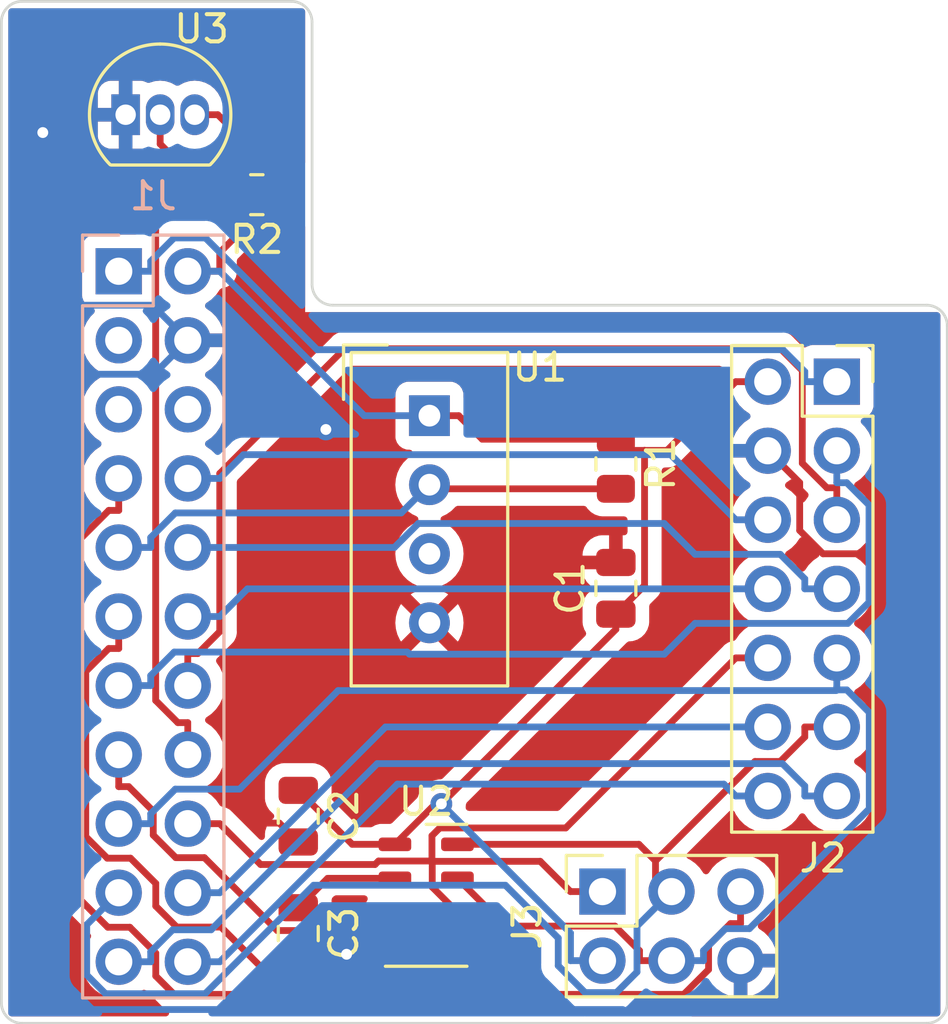
<source format=kicad_pcb>
(kicad_pcb (version 20221018) (generator pcbnew)
  (layers (0 "F.Cu" signal) (31 "B.Cu" signal) (34 "B.Paste" user) (35 "F.Paste" user) (36 "B.SilkS" user "B.Silkscreen") (37 "F.SilkS" user "F.Silkscreen") (38 "B.Mask" user) (39 "F.Mask" user) (44 "Edge.Cuts" user))
  (net 0 "")
  (net 1 "VCC")
  (net 2 "GND")
  (net 3 "Net-(U2-CAP)")
  (net 4 "/Vraw")
  (net 5 "/VCCio")
  (net 6 "/D1")
  (net 7 "/D2")
  (net 8 "/RST")
  (net 9 "/L_ID")
  (net 10 "/D3")
  (net 11 "/D4")
  (net 12 "/D5")
  (net 13 "/D6")
  (net 14 "/SCL")
  (net 15 "/SDA")
  (net 16 "/D9")
  (net 17 "/D10")
  (net 18 "/MOSI")
  (net 19 "/MISO")
  (net 20 "/SCK")
  (net 21 "/CS")
  (net 22 "/A5")
  (net 23 "/A6")
  (footprint "Resistor_SMD:R_0805_2012Metric" (layer "F.Cu") (at 155.194 70.358 -90)
    (fp_text reference "R1" (at 0 -1.65 90) (layer "F.SilkS"))
    (fp_text value "5k1")
    (fp_line (start -0.227064 -0.735) (end 0.227064 -0.735) (stroke (width 0.12)) (layer "F.SilkS"))
    (fp_line (start -0.227064 0.735) (end 0.227064 0.735) (stroke (width 0.12)) (layer "F.SilkS"))
    (pad "1" smd roundrect (at -0.9125 0 270) (size 1.025 1.4) (layers "F.Cu" "F.Paste" "F.Mask") (roundrect_rratio 0.243902439) (net 1 "VCC"))
    (pad "2" smd roundrect (at 0.9125 0 270) (size 1.025 1.4) (layers "F.Cu" "F.Paste" "F.Mask") (roundrect_rratio 0.243902439) (net 10 "/D3"))
  )
  (footprint "Connector_PinSocket_2.54mm:PinSocket_2x07_P2.54mm_Vertical" (layer "F.Cu") (at 163.322 67.33)
    (fp_text reference "J2" (at -0.508 17.526) (layer "F.SilkS"))
    (fp_text value "Conn_02x11_Odd_Even" hide)
    (fp_line (start -3.87 -1.33) (end -3.87 16.57) (stroke (width 0.12)) (layer "F.SilkS"))
    (fp_line (start -3.87 -1.33) (end -1.27 -1.33) (stroke (width 0.12)) (layer "F.SilkS"))
    (fp_line (start -3.87 16.57) (end 1.33 16.57) (stroke (width 0.12)) (layer "F.SilkS"))
    (fp_line (start -1.27 -1.33) (end -1.27 1.27) (stroke (width 0.12)) (layer "F.SilkS"))
    (fp_line (start -1.27 1.27) (end 1.33 1.27) (stroke (width 0.12)) (layer "F.SilkS"))
    (fp_line (start 0 -1.33) (end 1.33 -1.33) (stroke (width 0.12)) (layer "F.SilkS"))
    (fp_line (start 1.33 -1.33) (end 1.33 0) (stroke (width 0.12)) (layer "F.SilkS"))
    (fp_line (start 1.33 1.27) (end 1.33 16.57) (stroke (width 0.12)) (layer "F.SilkS"))
    (pad "1" thru_hole rect (at 0 0) (size 1.7 1.7) (drill 1) (layers "*.Cu" "*.Mask") (net 4 "/Vraw"))
    (pad "2" thru_hole oval (at -2.54 0) (size 1.7 1.7) (drill 1) (layers "*.Cu" "*.Mask") (net 1 "VCC"))
    (pad "3" thru_hole oval (at 0 2.54) (size 1.7 1.7) (drill 1) (layers "*.Cu" "*.Mask") (net 14 "/SCL"))
    (pad "4" thru_hole oval (at -2.54 2.54) (size 1.7 1.7) (drill 1) (layers "*.Cu" "*.Mask") (net 2 "GND"))
    (pad "5" thru_hole oval (at 0 5.08) (size 1.7 1.7) (drill 1) (layers "*.Cu" "*.Mask") (net 15 "/SDA"))
    (pad "6" thru_hole oval (at -2.54 5.08) (size 1.7 1.7) (drill 1) (layers "*.Cu" "*.Mask") (net 9 "/L_ID"))
    (pad "7" thru_hole oval (at 0 7.62) (size 1.7 1.7) (drill 1) (layers "*.Cu" "*.Mask") (net 11 "/D4"))
    (pad "8" thru_hole oval (at -2.54 7.62) (size 1.7 1.7) (drill 1) (layers "*.Cu" "*.Mask") (net 13 "/D6"))
    (pad "9" thru_hole oval (at 0 10.16) (size 1.7 1.7) (drill 1) (layers "*.Cu" "*.Mask") (net 18 "/MOSI"))
    (pad "10" thru_hole oval (at -2.54 10.16) (size 1.7 1.7) (drill 1) (layers "*.Cu" "*.Mask") (net 19 "/MISO"))
    (pad "11" thru_hole oval (at 0 12.7) (size 1.7 1.7) (drill 1) (layers "*.Cu" "*.Mask") (net 20 "/SCK"))
    (pad "12" thru_hole oval (at -2.54 12.7) (size 1.7 1.7) (drill 1) (layers "*.Cu" "*.Mask") (net 21 "/CS"))
    (pad "13" thru_hole oval (at 0 15.24) (size 1.7 1.7) (drill 1) (layers "*.Cu" "*.Mask") (net 22 "/A5"))
    (pad "14" thru_hole oval (at -2.54 15.24) (size 1.7 1.7) (drill 1) (layers "*.Cu" "*.Mask") (net 23 "/A6"))
  )
  (footprint "Resistor_SMD:R_0805_2012Metric" (layer "F.Cu") (at 141.986 60.452 180)
    (fp_text reference "R2" (at 0 -1.65) (layer "F.SilkS"))
    (fp_text value "4k7")
    (fp_line (start -0.227064 -0.735) (end 0.227064 -0.735) (stroke (width 0.12)) (layer "F.SilkS"))
    (fp_line (start -0.227064 0.735) (end 0.227064 0.735) (stroke (width 0.12)) (layer "F.SilkS"))
    (pad "1" smd roundrect (at -0.9125 0 180) (size 1.025 1.4) (layers "F.Cu" "F.Paste" "F.Mask") (roundrect_rratio 0.243902439) (net 1 "VCC"))
    (pad "2" smd roundrect (at 0.9125 0 180) (size 1.025 1.4) (layers "F.Cu" "F.Paste" "F.Mask") (roundrect_rratio 0.243902439) (net 17 "/D10"))
  )
  (footprint "Capacitor_SMD:C_0805_2012Metric" (layer "F.Cu") (at 143.51 83.312 -90)
    (fp_text reference "C2" (at 0 -1.68 90) (layer "F.SilkS"))
    (fp_text value "1u")
    (fp_line (start -0.261252 -0.735) (end 0.261252 -0.735) (stroke (width 0.12)) (layer "F.SilkS"))
    (fp_line (start -0.261252 0.735) (end 0.261252 0.735) (stroke (width 0.12)) (layer "F.SilkS"))
    (pad "1" smd roundrect (at -0.95 0 270) (size 1 1.45) (layers "F.Cu" "F.Paste" "F.Mask") (net 1 "VCC"))
    (pad "2" smd roundrect (at 0.95 0 270) (size 1 1.45) (layers "F.Cu" "F.Paste" "F.Mask") (net 2 "GND"))
  )
  (footprint "Capacitor_SMD:C_0805_2012Metric" (layer "F.Cu") (at 155.194 74.93 90)
    (fp_text reference "C1" (at 0 -1.68 90) (layer "F.SilkS"))
    (fp_text value "100n")
    (fp_line (start -0.261252 -0.735) (end 0.261252 -0.735) (stroke (width 0.12)) (layer "F.SilkS"))
    (fp_line (start -0.261252 0.735) (end 0.261252 0.735) (stroke (width 0.12)) (layer "F.SilkS"))
    (pad "1" smd roundrect (at -0.95 0 90) (size 1 1.45) (layers "F.Cu" "F.Paste" "F.Mask") (net 1 "VCC"))
    (pad "2" smd roundrect (at 0.95 0 90) (size 1 1.45) (layers "F.Cu" "F.Paste" "F.Mask") (net 2 "GND"))
  )
  (footprint "Package_LGA:NXP_LGA-8_3x5mm_P1.25mm_H1.2mm" (layer "F.Cu") (at 148.216 86.223)
    (fp_text reference "U2" (at 0 -3.45) (layer "F.SilkS"))
    (fp_text value "MPL115A1" hide)
    (fp_line (start -1.5 2.61) (end 1.5 2.61) (stroke (width 0.12)) (layer "F.SilkS"))
    (fp_line (start 0 -2.61) (end 1.5 -2.61) (stroke (width 0.12)) (layer "F.SilkS"))
    (pad "1" smd roundrect (at -1.15 -1.875) (size 1.2 0.5) (layers "F.Cu" "F.Paste" "F.Mask") (net 1 "VCC"))
    (pad "2" smd roundrect (at -1.15 -0.625) (size 1.2 0.5) (layers "F.Cu" "F.Paste" "F.Mask") (net 3 "Net-(U2-CAP)"))
    (pad "3" smd roundrect (at -1.15 0.625) (size 1.2 0.5) (layers "F.Cu" "F.Paste" "F.Mask") (net 2 "GND"))
    (pad "4" smd roundrect (at -1.15 1.875) (size 1.2 0.5) (layers "F.Cu" "F.Paste" "F.Mask") (net 16 "/D9"))
    (pad "5" smd roundrect (at 1.15 1.875) (size 1.2 0.5) (layers "F.Cu" "F.Paste" "F.Mask") (net 12 "/D5"))
    (pad "6" smd roundrect (at 1.15 0.625) (size 1.2 0.5) (layers "F.Cu" "F.Paste" "F.Mask") (net 19 "/MISO"))
    (pad "7" smd roundrect (at 1.15 -0.625) (size 1.2 0.5) (layers "F.Cu" "F.Paste" "F.Mask") (net 18 "/MOSI"))
    (pad "8" smd roundrect (at 1.15 -1.875) (size 1.2 0.5) (layers "F.Cu" "F.Paste" "F.Mask") (net 20 "/SCK"))
  )
  (footprint "Sensor:Aosong_DHT11_5.5x12.0_P2.54mm" (layer "F.Cu") (at 148.336 68.58)
    (fp_text reference "U1" (at 4.064 -1.778) (layer "F.SilkS"))
    (fp_text value "DHT11" hide)
    (fp_line (start -3.16 -2.6) (end -3.16 -0.6) (stroke (width 0.12)) (layer "F.SilkS"))
    (fp_line (start -3.16 -2.6) (end -1.55 -2.6) (stroke (width 0.12)) (layer "F.SilkS"))
    (fp_line (start -2.88 9.94) (end -2.88 -2.31) (stroke (width 0.12)) (layer "F.SilkS"))
    (fp_line (start -2.87 -2.32) (end 2.87 -2.32) (stroke (width 0.12)) (layer "F.SilkS"))
    (fp_line (start 2.88 -2.32) (end 2.88 9.94) (stroke (width 0.12)) (layer "F.SilkS"))
    (fp_line (start 2.88 9.94) (end -2.88 9.94) (stroke (width 0.12)) (layer "F.SilkS"))
    (pad "1" thru_hole rect (at 0 0) (size 1.5 1.5) (drill 0.8) (layers "*.Cu" "*.Mask") (net 1 "VCC"))
    (pad "2" thru_hole circle (at 0 2.54) (size 1.5 1.5) (drill 0.8) (layers "*.Cu" "*.Mask") (net 10 "/D3"))
    (pad "3" thru_hole circle (at 0 5.08) (size 1.5 1.5) (drill 0.8) (layers "*.Cu" "*.Mask"))
    (pad "4" thru_hole circle (at 0 7.62) (size 1.5 1.5) (drill 0.8) (layers "*.Cu" "*.Mask") (net 2 "GND"))
  )
  (footprint "Capacitor_SMD:C_0805_2012Metric" (layer "F.Cu") (at 143.51 87.63 -90)
    (fp_text reference "C3" (at 0 -1.68 90) (layer "F.SilkS"))
    (fp_text value "1u")
    (fp_line (start -0.261252 -0.735) (end 0.261252 -0.735) (stroke (width 0.12)) (layer "F.SilkS"))
    (fp_line (start -0.261252 0.735) (end 0.261252 0.735) (stroke (width 0.12)) (layer "F.SilkS"))
    (pad "1" smd roundrect (at -0.95 0 270) (size 1 1.45) (layers "F.Cu" "F.Paste" "F.Mask") (net 3 "Net-(U2-CAP)"))
    (pad "2" smd roundrect (at 0.95 0 270) (size 1 1.45) (layers "F.Cu" "F.Paste" "F.Mask") (net 2 "GND"))
  )
  (footprint "Connector_PinSocket_2.54mm:PinSocket_2x03_P2.54mm_Vertical" (layer "F.Cu") (at 154.701 86.086 90)
    (fp_text reference "J3" (at -1.27 -2.77 90) (layer "F.SilkS"))
    (fp_text value "AVR-ISP-6" hide)
    (fp_line (start -3.87 -1.33) (end -3.87 6.41) (stroke (width 0.12)) (layer "F.SilkS"))
    (fp_line (start -3.87 -1.33) (end -1.27 -1.33) (stroke (width 0.12)) (layer "F.SilkS"))
    (fp_line (start -3.87 6.41) (end 1.33 6.41) (stroke (width 0.12)) (layer "F.SilkS"))
    (fp_line (start -1.27 -1.33) (end -1.27 1.27) (stroke (width 0.12)) (layer "F.SilkS"))
    (fp_line (start -1.27 1.27) (end 1.33 1.27) (stroke (width 0.12)) (layer "F.SilkS"))
    (fp_line (start 0 -1.33) (end 1.33 -1.33) (stroke (width 0.12)) (layer "F.SilkS"))
    (fp_line (start 1.33 -1.33) (end 1.33 0) (stroke (width 0.12)) (layer "F.SilkS"))
    (fp_line (start 1.33 1.27) (end 1.33 6.41) (stroke (width 0.12)) (layer "F.SilkS"))
    (pad "1" thru_hole rect (at 0 0 90) (size 1.7 1.7) (drill 1) (layers "*.Cu" "*.Mask") (net 19 "/MISO"))
    (pad "2" thru_hole oval (at -2.54 0 90) (size 1.7 1.7) (drill 1) (layers "*.Cu" "*.Mask") (net 1 "VCC"))
    (pad "3" thru_hole oval (at 0 2.54 90) (size 1.7 1.7) (drill 1) (layers "*.Cu" "*.Mask") (net 20 "/SCK"))
    (pad "4" thru_hole oval (at -2.54 2.54 90) (size 1.7 1.7) (drill 1) (layers "*.Cu" "*.Mask") (net 18 "/MOSI"))
    (pad "5" thru_hole oval (at 0 5.08 90) (size 1.7 1.7) (drill 1) (layers "*.Cu" "*.Mask") (net 8 "/RST"))
    (pad "6" thru_hole oval (at -2.54 5.08 90) (size 1.7 1.7) (drill 1) (layers "*.Cu" "*.Mask") (net 2 "GND"))
  )
  (footprint "Package_TO_SOT_THT:TO-92_Inline" (layer "F.Cu") (at 137.16 57.51)
    (fp_text reference "U3" (at 2.794 -3.154) (layer "F.SilkS"))
    (fp_text value "DS18B20")
    (fp_line (start -0.53 1.85) (end 3.07 1.85) (stroke (width 0.12)) (layer "F.SilkS"))
    (fp_arc (start -0.568478 1.838478) (mid -1.132087 -0.994977) (end 1.27 -2.6) (stroke (width 0.12)) (layer "F.SilkS"))
    (fp_arc (start 1.27 -2.6) (mid 3.672087 -0.994977) (end 3.108478 1.838478) (stroke (width 0.12)) (layer "F.SilkS"))
    (pad "1" thru_hole rect (at 0 0) (size 1.05 1.5) (drill 0.75) (layers "*.Cu" "*.Mask") (net 2 "GND"))
    (pad "2" thru_hole oval (at 1.27 0) (size 1.05 1.5) (drill 0.75) (layers "*.Cu" "*.Mask") (net 17 "/D10"))
    (pad "3" thru_hole oval (at 2.54 0) (size 1.05 1.5) (drill 0.75) (layers "*.Cu" "*.Mask") (net 1 "VCC"))
  )
  (footprint "Connector_PinSocket_2.54mm:PinSocket_2x11_P2.54mm_Vertical" (layer "B.Cu") (at 136.906 63.268 180)
    (fp_text reference "J1" (at -1.27 2.77) (layer "B.SilkS") (effects (justify mirror)))
    (fp_text value "Conn_02x11_Odd_Even" hide)
    (fp_line (start -3.87 -26.73) (end 1.33 -26.73) (stroke (width 0.12)) (layer "B.SilkS"))
    (fp_line (start -3.87 1.33) (end -3.87 -26.73) (stroke (width 0.12)) (layer "B.SilkS"))
    (fp_line (start -3.87 1.33) (end -1.27 1.33) (stroke (width 0.12)) (layer "B.SilkS"))
    (fp_line (start -1.27 -1.27) (end 1.33 -1.27) (stroke (width 0.12)) (layer "B.SilkS"))
    (fp_line (start -1.27 1.33) (end -1.27 -1.27) (stroke (width 0.12)) (layer "B.SilkS"))
    (fp_line (start 0 1.33) (end 1.33 1.33) (stroke (width 0.12)) (layer "B.SilkS"))
    (fp_line (start 1.33 -1.27) (end 1.33 -26.73) (stroke (width 0.12)) (layer "B.SilkS"))
    (fp_line (start 1.33 1.33) (end 1.33 0) (stroke (width 0.12)) (layer "B.SilkS"))
    (pad "1" thru_hole rect (at 0 0 180) (size 1.7 1.7) (drill 1) (layers "*.Cu" "*.Mask") (net 4 "/Vraw"))
    (pad "2" thru_hole oval (at -2.54 0 180) (size 1.7 1.7) (drill 1) (layers "*.Cu" "*.Mask") (net 1 "VCC"))
    (pad "3" thru_hole oval (at 0 -2.54 180) (size 1.7 1.7) (drill 1) (layers "*.Cu" "*.Mask") (net 5 "/VCCio"))
    (pad "4" thru_hole oval (at -2.54 -2.54 180) (size 1.7 1.7) (drill 1) (layers "*.Cu" "*.Mask") (net 2 "GND"))
    (pad "5" thru_hole oval (at 0 -5.08 180) (size 1.7 1.7) (drill 1) (layers "*.Cu" "*.Mask") (net 6 "/D1"))
    (pad "6" thru_hole oval (at -2.54 -5.08 180) (size 1.7 1.7) (drill 1) (layers "*.Cu" "*.Mask") (net 7 "/D2"))
    (pad "7" thru_hole oval (at 0 -7.62 180) (size 1.7 1.7) (drill 1) (layers "*.Cu" "*.Mask") (net 8 "/RST"))
    (pad "8" thru_hole oval (at -2.54 -7.62 180) (size 1.7 1.7) (drill 1) (layers "*.Cu" "*.Mask") (net 9 "/L_ID"))
    (pad "9" thru_hole oval (at 0 -10.16 180) (size 1.7 1.7) (drill 1) (layers "*.Cu" "*.Mask") (net 10 "/D3"))
    (pad "10" thru_hole oval (at -2.54 -10.16 180) (size 1.7 1.7) (drill 1) (layers "*.Cu" "*.Mask") (net 11 "/D4"))
    (pad "11" thru_hole oval (at 0 -12.7 180) (size 1.7 1.7) (drill 1) (layers "*.Cu" "*.Mask") (net 12 "/D5"))
    (pad "12" thru_hole oval (at -2.54 -12.7 180) (size 1.7 1.7) (drill 1) (layers "*.Cu" "*.Mask") (net 13 "/D6"))
    (pad "13" thru_hole oval (at 0 -15.24 180) (size 1.7 1.7) (drill 1) (layers "*.Cu" "*.Mask") (net 14 "/SCL"))
    (pad "14" thru_hole oval (at -2.54 -15.24 180) (size 1.7 1.7) (drill 1) (layers "*.Cu" "*.Mask") (net 15 "/SDA"))
    (pad "15" thru_hole oval (at 0 -17.78 180) (size 1.7 1.7) (drill 1) (layers "*.Cu" "*.Mask") (net 16 "/D9"))
    (pad "16" thru_hole oval (at -2.54 -17.78 180) (size 1.7 1.7) (drill 1) (layers "*.Cu" "*.Mask") (net 17 "/D10"))
    (pad "17" thru_hole oval (at 0 -20.32 180) (size 1.7 1.7) (drill 1) (layers "*.Cu" "*.Mask") (net 18 "/MOSI"))
    (pad "18" thru_hole oval (at -2.54 -20.32 180) (size 1.7 1.7) (drill 1) (layers "*.Cu" "*.Mask") (net 19 "/MISO"))
    (pad "19" thru_hole oval (at 0 -22.86 180) (size 1.7 1.7) (drill 1) (layers "*.Cu" "*.Mask") (net 20 "/SCK"))
    (pad "20" thru_hole oval (at -2.54 -22.86 180) (size 1.7 1.7) (drill 1) (layers "*.Cu" "*.Mask") (net 21 "/CS"))
    (pad "21" thru_hole oval (at 0 -25.4 180) (size 1.7 1.7) (drill 1) (layers "*.Cu" "*.Mask") (net 22 "/A5"))
    (pad "22" thru_hole oval (at -2.54 -25.4 180) (size 1.7 1.7) (drill 1) (layers "*.Cu" "*.Mask") (net 23 "/A6"))
  )
  (gr_arc (start 132.588 54.102) (mid 132.811185 53.563185) (end 133.35 53.34) (stroke (width 0.1)) (layer "Edge.Cuts"))
  (gr_line (start 144.018 63.754) (end 144.018 54.102) (stroke (width 0.1)) (layer "Edge.Cuts"))
  (gr_arc (start 133.35 90.932) (mid 132.811185 90.708815) (end 132.588 90.17) (stroke (width 0.1)) (layer "Edge.Cuts"))
  (gr_line (start 132.588 54.102) (end 132.588 90.17) (stroke (width 0.1)) (layer "Edge.Cuts"))
  (gr_line (start 167.386 90.17) (end 167.386 65.278) (stroke (width 0.1)) (layer "Edge.Cuts"))
  (gr_arc (start 143.256 53.34) (mid 143.794815 53.563185) (end 144.018 54.102) (stroke (width 0.1)) (layer "Edge.Cuts"))
  (gr_arc (start 167.386 90.17) (mid 167.162815 90.708815) (end 166.624 90.932) (stroke (width 0.1)) (layer "Edge.Cuts"))
  (gr_line (start 166.624 64.516) (end 144.78 64.516) (stroke (width 0.1)) (layer "Edge.Cuts"))
  (gr_arc (start 166.624 64.516) (mid 167.162815 64.739185) (end 167.386 65.278) (stroke (width 0.1)) (layer "Edge.Cuts"))
  (gr_line (start 143.256 53.34) (end 133.35 53.34) (stroke (width 0.1)) (layer "Edge.Cuts"))
  (gr_arc (start 144.78 64.516) (mid 144.241185 64.292815) (end 144.018 63.754) (stroke (width 0.1)) (layer "Edge.Cuts"))
  (gr_line (start 133.35 90.932) (end 166.624 90.932) (stroke (width 0.1)) (layer "Edge.Cuts"))
  (segment (start 155.6062 69.8577) (end 156.2498 69.8577) (width 0.25) (layer "F.Cu") (net 1))
  (segment (start 140.6229 62.5789) (end 142.7498 60.452) (width 0.25) (layer "F.Cu") (net 1))
  (segment (start 139.446 63.268) (end 140.6229 63.268) (width 0.25) (layer "F.Cu") (net 1))
  (segment (start 148.336 68.58) (end 149.4129 68.58) (width 0.25) (layer "F.Cu") (net 1))
  (segment (start 148.5537 82.8603) (end 148.7744 82.8603) (width 0.25) (layer "F.Cu") (net 1))
  (segment (start 156.2498 74.8242) (end 156.2498 69.8577) (width 0.25) (layer "F.Cu") (net 1))
  (segment (start 140.6229 63.268) (end 140.6229 62.5789) (width 0.25) (layer "F.Cu") (net 1))
  (segment (start 149.4129 68.58) (end 150.2784 69.4455) (width 0.25) (layer "F.Cu") (net 1))
  (segment (start 143.51 82.362) (end 145.496 84.348) (width 0.25) (layer "F.Cu") (net 1))
  (segment (start 142.7498 60.452) (end 142.7498 59.7079) (width 0.25) (layer "F.Cu") (net 1))
  (segment (start 155.194 75.88) (end 156.2498 74.8242) (width 0.25) (layer "F.Cu") (net 1))
  (segment (start 142.7498 60.452) (end 142.8985 60.452) (width 0.25) (layer "F.Cu") (net 1))
  (segment (start 142.7498 59.7079) (end 140.5519 57.51) (width 0.25) (layer "F.Cu") (net 1))
  (segment (start 160.782 67.33) (end 159.6051 67.33) (width 0.25) (layer "F.Cu") (net 1))
  (segment (start 156.2498 69.8577) (end 157.0774 69.8577) (width 0.25) (layer "F.Cu") (net 1))
  (segment (start 155.194 76.4407) (end 155.194 75.88) (width 0.25) (layer "F.Cu") (net 1))
  (segment (start 157.0774 69.8577) (end 159.6051 67.33) (width 0.25) (layer "F.Cu") (net 1))
  (segment (start 148.7744 82.8603) (end 155.194 76.4407) (width 0.25) (layer "F.Cu") (net 1))
  (segment (start 155.194 69.4455) (end 155.6062 69.8577) (width 0.25) (layer "F.Cu") (net 1))
  (segment (start 145.496 84.348) (end 147.066 84.348) (width 0.25) (layer "F.Cu") (net 1))
  (segment (start 139.7 57.51) (end 140.5519 57.51) (width 0.25) (layer "F.Cu") (net 1))
  (segment (start 150.2784 69.4455) (end 155.194 69.4455) (width 0.25) (layer "F.Cu") (net 1))
  (segment (start 147.066 84.348) (end 148.5537 82.8603) (width 0.25) (layer "F.Cu") (net 1))
  (via (at 148.7744 82.8603) (size 0.8) (drill 0.4) (layers "F.Cu" "B.Cu") (net 1))
  (segment (start 139.446 63.268) (end 140.6229 63.268) (width 0.25) (layer "B.Cu") (net 1))
  (segment (start 153.5241 88.626) (end 153.5241 87.61) (width 0.25) (layer "B.Cu") (net 1))
  (segment (start 153.5241 87.61) (end 148.7744 82.8603) (width 0.25) (layer "B.Cu") (net 1))
  (segment (start 154.701 88.626) (end 153.5241 88.626) (width 0.25) (layer "B.Cu") (net 1))
  (segment (start 140.6229 63.268) (end 145.9349 68.58) (width 0.25) (layer "B.Cu") (net 1))
  (segment (start 145.9349 68.58) (end 148.336 68.58) (width 0.25) (layer "B.Cu") (net 1))
  (segment (start 161.957 72.803) (end 162.814 73.66) (width 0.25) (layer "F.Cu") (net 2))
  (segment (start 147.066 86.848) (end 147.991 87.773) (width 0.25) (layer "F.Cu") (net 2))
  (segment (start 147.991 87.773) (end 147.991 88.423) (width 0.25) (layer "F.Cu") (net 2))
  (segment (start 161.957 71.045) (end 161.957 72.803) (width 0.25) (layer "F.Cu") (net 2))
  (segment (start 162.814 73.66) (end 165.354 73.66) (width 0.25) (layer "F.Cu") (net 2))
  (segment (start 143.51 84.262) (end 142.814 83.566) (width 0.25) (layer "F.Cu") (net 2))
  (segment (start 147.741 88.673) (end 145.569 88.673) (width 0.25) (layer "F.Cu") (net 2))
  (segment (start 147.991 88.423) (end 147.741 88.673) (width 0.25) (layer "F.Cu") (net 2))
  (segment (start 160.782 69.87) (end 161.957 71.045) (width 0.25) (layer "F.Cu") (net 2))
  (segment (start 142.814 83.566) (end 141.986 83.566) (width 0.25) (layer "F.Cu") (net 2))
  (segment (start 145.569 88.673) (end 145.288 88.392) (width 0.25) (layer "F.Cu") (net 2))
  (via (at 145.288 88.392) (size 0.8) (drill 0.4) (layers "F.Cu" "B.Cu") (net 2))
  (via (at 134.112 58.166) (size 0.8) (drill 0.4) (layers "F.Cu" "B.Cu") (net 2))
  (via (at 144.526 69.088) (size 0.8) (drill 0.4) (layers "F.Cu" "B.Cu") (net 2))
  (segment (start 138.198 67.056) (end 135.128 67.056) (width 0.25) (layer "B.Cu") (net 2))
  (segment (start 135.382 90.424) (end 143.256 90.424) (width 0.25) (layer "B.Cu") (net 2))
  (segment (start 139.446 65.808) (end 138.198 67.056) (width 0.25) (layer "B.Cu") (net 2))
  (segment (start 147.32 90.424) (end 155.448 90.424) (width 0.25) (layer "B.Cu") (net 2))
  (segment (start 139.446 65.808) (end 138.154 64.516) (width 0.25) (layer "B.Cu") (net 2))
  (segment (start 145.288 88.392) (end 147.32 90.424) (width 0.25) (layer "B.Cu") (net 2))
  (segment (start 138.154 64.516) (end 134.874 64.516) (width 0.25) (layer "B.Cu") (net 2))
  (segment (start 143.256 90.424) (end 145.288 88.392) (width 0.25) (layer "B.Cu") (net 2))
  (segment (start 143.51 86.68) (end 144.592 85.598) (width 0.25) (layer "F.Cu") (net 3))
  (segment (start 144.592 85.598) (end 147.066 85.598) (width 0.25) (layer "F.Cu") (net 3))
  (segment (start 136.906 63.268) (end 138.0829 63.268) (width 0.25) (layer "B.Cu") (net 4))
  (segment (start 140.0969 62.043) (end 144.207 66.1531) (width 0.25) (layer "B.Cu") (net 4))
  (segment (start 163.322 67.33) (end 162.1451 67.33) (width 0.25) (layer "B.Cu") (net 4))
  (segment (start 138.9401 62.043) (end 140.0969 62.043) (width 0.25) (layer "B.Cu") (net 4))
  (segment (start 162.1451 66.9621) (end 162.1451 67.33) (width 0.25) (layer "B.Cu") (net 4))
  (segment (start 138.0829 62.9002) (end 138.9401 62.043) (width 0.25) (layer "B.Cu") (net 4))
  (segment (start 161.3361 66.1531) (end 162.1451 66.9621) (width 0.25) (layer "B.Cu") (net 4))
  (segment (start 138.0829 63.268) (end 138.0829 62.9002) (width 0.25) (layer "B.Cu") (net 4))
  (segment (start 144.207 66.1531) (end 161.3361 66.1531) (width 0.25) (layer "B.Cu") (net 4))
  (segment (start 137.315 87.398) (end 138.2691 88.3521) (width 0.25) (layer "F.Cu") (net 8))
  (segment (start 135.2039 86.0978) (end 136.5041 87.398) (width 0.25) (layer "F.Cu") (net 8))
  (segment (start 138.2691 88.3521) (end 138.2691 89.1921) (width 0.25) (layer "F.Cu") (net 8))
  (segment (start 159.781 86.086) (end 159.781 87.2629) (width 0.25) (layer "F.Cu") (net 8))
  (segment (start 159.4131 87.2629) (end 159.781 87.2629) (width 0.25) (layer "F.Cu") (net 8))
  (segment (start 136.906 70.888) (end 136.906 72.0649) (width 0.25) (layer "F.Cu") (net 8))
  (segment (start 157.691 89.8676) (end 158.6041 88.9545) (width 0.25) (layer "F.Cu") (net 8))
  (segment (start 136.5041 87.398) (end 137.315 87.398) (width 0.25) (layer "F.Cu") (net 8))
  (segment (start 138.9446 89.8676) (end 157.691 89.8676) (width 0.25) (layer "F.Cu") (net 8))
  (segment (start 135.2039 73.4012) (end 135.2039 86.0978) (width 0.25) (layer "F.Cu") (net 8))
  (segment (start 158.6041 88.0719) (end 159.4131 87.2629) (width 0.25) (layer "F.Cu") (net 8))
  (segment (start 138.2691 89.1921) (end 138.9446 89.8676) (width 0.25) (layer "F.Cu") (net 8))
  (segment (start 158.6041 88.9545) (end 158.6041 88.0719) (width 0.25) (layer "F.Cu") (net 8))
  (segment (start 136.906 72.0649) (end 136.5402 72.0649) (width 0.25) (layer "F.Cu") (net 8))
  (segment (start 136.5402 72.0649) (end 135.2039 73.4012) (width 0.25) (layer "F.Cu") (net 8))
  (segment (start 160.782 72.41) (end 159.6051 72.41) (width 0.25) (layer "B.Cu") (net 9))
  (segment (start 157.2094 70.0143) (end 159.6051 72.41) (width 0.25) (layer "B.Cu") (net 9))
  (segment (start 139.446 70.888) (end 140.6229 70.888) (width 0.25) (layer "B.Cu") (net 9))
  (segment (start 140.6229 70.888) (end 141.4966 70.0143) (width 0.25) (layer "B.Cu") (net 9))
  (segment (start 141.4966 70.0143) (end 157.2094 70.0143) (width 0.25) (layer "B.Cu") (net 9))
  (segment (start 148.4865 71.2705) (end 148.336 71.12) (width 0.25) (layer "F.Cu") (net 10))
  (segment (start 155.194 71.2705) (end 148.4865 71.2705) (width 0.25) (layer "F.Cu") (net 10))
  (segment (start 138.0829 73.0622) (end 138.0829 73.428) (width 0.25) (layer "B.Cu") (net 10))
  (segment (start 147.298 72.158) (end 138.9871 72.158) (width 0.25) (layer "B.Cu") (net 10))
  (segment (start 138.9871 72.158) (end 138.0829 73.0622) (width 0.25) (layer "B.Cu") (net 10))
  (segment (start 148.336 71.12) (end 147.298 72.158) (width 0.25) (layer "B.Cu") (net 10))
  (segment (start 136.906 73.428) (end 138.0829 73.428) (width 0.25) (layer "B.Cu") (net 10))
  (segment (start 162.1451 74.5842) (end 162.1451 74.95) (width 0.25) (layer "B.Cu") (net 11))
  (segment (start 139.446 73.428) (end 147.0451 73.428) (width 0.25) (layer "B.Cu") (net 11))
  (segment (start 147.9276 72.5455) (end 156.9729 72.5455) (width 0.25) (layer "B.Cu") (net 11))
  (segment (start 147.0451 73.428) (end 147.9276 72.5455) (width 0.25) (layer "B.Cu") (net 11))
  (segment (start 158.1074 73.68) (end 161.2409 73.68) (width 0.25) (layer "B.Cu") (net 11))
  (segment (start 163.322 74.95) (end 162.1451 74.95) (width 0.25) (layer "B.Cu") (net 11))
  (segment (start 156.9729 72.5455) (end 158.1074 73.68) (width 0.25) (layer "B.Cu") (net 11))
  (segment (start 161.2409 73.68) (end 162.1451 74.5842) (width 0.25) (layer "B.Cu") (net 11))
  (segment (start 135.6932 84.0662) (end 136.4849 84.8579) (width 0.25) (layer "F.Cu") (net 12))
  (segment (start 136.5382 77.1449) (end 135.6932 77.9899) (width 0.25) (layer "F.Cu") (net 12))
  (segment (start 138.2691 86.6203) (end 139.0399 87.3911) (width 0.25) (layer "F.Cu") (net 12))
  (segment (start 140.67 87.3911) (end 142.6907 89.4118) (width 0.25) (layer "F.Cu") (net 12))
  (segment (start 135.6932 77.9899) (end 135.6932 84.0662) (width 0.25) (layer "F.Cu") (net 12))
  (segment (start 148.0522 89.4118) (end 149.366 88.098) (width 0.25) (layer "F.Cu") (net 12))
  (segment (start 139.0399 87.3911) (end 140.67 87.3911) (width 0.25) (layer "F.Cu") (net 12))
  (segment (start 138.2691 85.7869) (end 138.2691 86.6203) (width 0.25) (layer "F.Cu") (net 12))
  (segment (start 136.906 75.968) (end 136.906 77.1449) (width 0.25) (layer "F.Cu") (net 12))
  (segment (start 142.6907 89.4118) (end 148.0522 89.4118) (width 0.25) (layer "F.Cu") (net 12))
  (segment (start 136.4849 84.8579) (end 137.3401 84.8579) (width 0.25) (layer "F.Cu") (net 12))
  (segment (start 136.906 77.1449) (end 136.5382 77.1449) (width 0.25) (layer "F.Cu") (net 12))
  (segment (start 137.3401 84.8579) (end 138.2691 85.7869) (width 0.25) (layer "F.Cu") (net 12))
  (segment (start 140.6229 75.968) (end 141.6409 74.95) (width 0.25) (layer "B.Cu") (net 13))
  (segment (start 160.782 74.95) (end 159.6051 74.95) (width 0.25) (layer "B.Cu") (net 13))
  (segment (start 139.446 75.968) (end 140.6229 75.968) (width 0.25) (layer "B.Cu") (net 13))
  (segment (start 141.6409 74.95) (end 159.6051 74.95) (width 0.25) (layer "B.Cu") (net 13))
  (segment (start 147.5219 77.2754) (end 147.6006 77.3541) (width 0.25) (layer "B.Cu") (net 14))
  (segment (start 158.1074 76.22) (end 163.7299 76.22) (width 0.25) (layer "B.Cu") (net 14))
  (segment (start 156.9733 77.3541) (end 158.1074 76.22) (width 0.25) (layer "B.Cu") (net 14))
  (segment (start 147.6006 77.3541) (end 156.9733 77.3541) (width 0.25) (layer "B.Cu") (net 14))
  (segment (start 136.906 78.508) (end 138.0829 78.508) (width 0.25) (layer "B.Cu") (net 14))
  (segment (start 138.9477 77.2754) (end 147.5219 77.2754) (width 0.25) (layer "B.Cu") (net 14))
  (segment (start 163.322 69.87) (end 163.322 71.0469) (width 0.25) (layer "B.Cu") (net 14))
  (segment (start 163.7299 76.22) (end 164.5072 75.4427) (width 0.25) (layer "B.Cu") (net 14))
  (segment (start 164.5072 75.4427) (end 164.5072 71.8663) (width 0.25) (layer "B.Cu") (net 14))
  (segment (start 163.6878 71.0469) (end 163.322 71.0469) (width 0.25) (layer "B.Cu") (net 14))
  (segment (start 164.5072 71.8663) (end 163.6878 71.0469) (width 0.25) (layer "B.Cu") (net 14))
  (segment (start 138.0829 78.508) (end 138.0829 78.1402) (width 0.25) (layer "B.Cu") (net 14))
  (segment (start 138.0829 78.1402) (end 138.9477 77.2754) (width 0.25) (layer "B.Cu") (net 14))
  (segment (start 139.446 78.508) (end 139.446 77.3311) (width 0.25) (layer "F.Cu") (net 15))
  (segment (start 161.2522 66.1194) (end 162.052 66.9192) (width 0.25) (layer "F.Cu") (net 15))
  (segment (start 140.6229 70.7051) (end 145.2086 66.1194) (width 0.25) (layer "F.Cu") (net 15))
  (segment (start 145.2086 66.1194) (end 161.2522 66.1194) (width 0.25) (layer "F.Cu") (net 15))
  (segment (start 163.322 71.2331) (end 163.322 72.41) (width 0.25) (layer "F.Cu") (net 15))
  (segment (start 162.052 70.3289) (end 162.9562 71.2331) (width 0.25) (layer "F.Cu") (net 15))
  (segment (start 139.8139 77.3311) (end 140.6229 76.5221) (width 0.25) (layer "F.Cu") (net 15))
  (segment (start 139.446 77.3311) (end 139.8139 77.3311) (width 0.25) (layer "F.Cu") (net 15))
  (segment (start 162.9562 71.2331) (end 163.322 71.2331) (width 0.25) (layer "F.Cu") (net 15))
  (segment (start 162.052 66.9192) (end 162.052 70.3289) (width 0.25) (layer "F.Cu") (net 15))
  (segment (start 140.6229 76.5221) (end 140.6229 70.7051) (width 0.25) (layer "F.Cu") (net 15))
  (segment (start 138.176 83.1291) (end 137.2718 82.2249) (width 0.25) (layer "F.Cu") (net 16))
  (segment (start 146.4873 87.5193) (end 142.7375 87.5193) (width 0.25) (layer "F.Cu") (net 16))
  (segment (start 139.0054 84.8385) (end 138.176 84.0091) (width 0.25) (layer "F.Cu") (net 16))
  (segment (start 137.2718 82.2249) (end 136.906 82.2249) (width 0.25) (layer "F.Cu") (net 16))
  (segment (start 140.0567 84.8385) (end 139.0054 84.8385) (width 0.25) (layer "F.Cu") (net 16))
  (segment (start 138.176 84.0091) (end 138.176 83.1291) (width 0.25) (layer "F.Cu") (net 16))
  (segment (start 142.7375 87.5193) (end 140.0567 84.8385) (width 0.25) (layer "F.Cu") (net 16))
  (segment (start 147.066 88.098) (end 146.4873 87.5193) (width 0.25) (layer "F.Cu") (net 16))
  (segment (start 136.906 81.048) (end 136.906 82.2249) (width 0.25) (layer "F.Cu") (net 16))
  (segment (start 139.446 81.048) (end 139.446 79.8711) (width 0.25) (layer "F.Cu") (net 17))
  (segment (start 138.2653 61.3951) (end 138.2653 79.0562) (width 0.25) (layer "F.Cu") (net 17))
  (segment (start 139.7518 59.9086) (end 138.43 58.5869) (width 0.25) (layer "F.Cu") (net 17))
  (segment (start 139.0802 79.8711) (end 139.446 79.8711) (width 0.25) (layer "F.Cu") (net 17))
  (segment (start 139.7518 59.9086) (end 138.2653 61.3951) (width 0.25) (layer "F.Cu") (net 17))
  (segment (start 138.43 57.51) (end 138.43 58.5869) (width 0.25) (layer "F.Cu") (net 17))
  (segment (start 138.2653 79.0562) (end 139.0802 79.8711) (width 0.25) (layer "F.Cu") (net 17))
  (segment (start 140.5301 59.9086) (end 139.7518 59.9086) (width 0.25) (layer "F.Cu") (net 17))
  (segment (start 141.0735 60.452) (end 140.5301 59.9086) (width 0.25) (layer "F.Cu") (net 17))
  (segment (start 155.1598 87.3559) (end 156.0641 88.2602) (width 0.25) (layer "F.Cu") (net 18))
  (segment (start 149.366 85.598) (end 151.1239 87.3559) (width 0.25) (layer "F.Cu") (net 18))
  (segment (start 157.241 88.626) (end 156.0641 88.626) (width 0.25) (layer "F.Cu") (net 18))
  (segment (start 156.0641 88.2602) (end 156.0641 88.626) (width 0.25) (layer "F.Cu") (net 18))
  (segment (start 151.1239 87.3559) (end 155.1598 87.3559) (width 0.25) (layer "F.Cu") (net 18))
  (segment (start 160.1078 87.4491) (end 164.516 83.0409) (width 0.25) (layer "B.Cu") (net 18))
  (segment (start 159.2269 87.4491) (end 160.1078 87.4491) (width 0.25) (layer "B.Cu") (net 18))
  (segment (start 163.322 78.6654) (end 163.2955 78.6919) (width 0.25) (layer "B.Cu") (net 18))
  (segment (start 163.322 78.5535) (end 163.322 78.6654) (width 0.25) (layer "B.Cu") (net 18))
  (segment (start 138.0829 83.2222) (end 138.0829 83.588) (width 0.25) (layer "B.Cu") (net 18))
  (segment (start 163.322 78.6654) (end 163.322 78.6669) (width 0.25) (layer "B.Cu") (net 18))
  (segment (start 158.4179 88.2581) (end 159.2269 87.4491) (width 0.25) (layer "B.Cu") (net 18))
  (segment (start 164.516 83.0409) (end 164.516 79.4951) (width 0.25) (layer "B.Cu") (net 18))
  (segment (start 136.906 83.588) (end 138.0829 83.588) (width 0.25) (layer "B.Cu") (net 18))
  (segment (start 163.322 77.49) (end 163.322 78.5535) (width 0.25) (layer "B.Cu") (net 18))
  (segment (start 141.3517 82.318) (end 138.9871 82.318) (width 0.25) (layer "B.Cu") (net 18))
  (segment (start 164.516 79.4951) (end 163.6878 78.6669) (width 0.25) (layer "B.Cu") (net 18))
  (segment (start 157.241 88.626) (end 158.4179 88.626) (width 0.25) (layer "B.Cu") (net 18))
  (segment (start 163.6878 78.6669) (end 163.322 78.6669) (width 0.25) (layer "B.Cu") (net 18))
  (segment (start 144.9778 78.6919) (end 141.3517 82.318) (width 0.25) (layer "B.Cu") (net 18))
  (segment (start 158.4179 88.626) (end 158.4179 88.2581) (width 0.25) (layer "B.Cu") (net 18))
  (segment (start 163.2955 78.6919) (end 144.9778 78.6919) (width 0.25) (layer "B.Cu") (net 18))
  (segment (start 138.9871 82.318) (end 138.0829 83.2222) (width 0.25) (layer "B.Cu") (net 18))
  (segment (start 148.4386 85.9206) (end 148.4386 84.9745) (width 0.25) (layer "F.Cu") (net 19))
  (segment (start 154.701 86.086) (end 153.5241 86.086) (width 0.25) (layer "F.Cu") (net 19))
  (segment (start 160.782 77.49) (end 159.6051 77.49) (width 0.25) (layer "F.Cu") (net 19))
  (segment (start 148.7151 83.7458) (end 148.4284 84.0325) (width 0.25) (layer "F.Cu") (net 19))
  (segment (start 148.4401 84.973) (end 152.4111 84.973) (width 0.25) (layer "F.Cu") (net 19))
  (segment (start 146.3344 85.0899) (end 146.463 84.9613) (width 0.25) (layer "F.Cu") (net 19))
  (segment (start 148.4284 84.0325) (end 148.4284 84.9613) (width 0.25) (layer "F.Cu") (net 19))
  (segment (start 142.1248 85.0899) (end 146.3344 85.0899) (width 0.25) (layer "F.Cu") (net 19))
  (segment (start 146.463 84.9613) (end 148.4284 84.9613) (width 0.25) (layer "F.Cu") (net 19))
  (segment (start 148.4284 84.9613) (end 148.4401 84.973) (width 0.25) (layer "F.Cu") (net 19))
  (segment (start 153.3493 83.7458) (end 148.7151 83.7458) (width 0.25) (layer "F.Cu") (net 19))
  (segment (start 149.366 86.848) (end 148.4386 85.9206) (width 0.25) (layer "F.Cu") (net 19))
  (segment (start 140.6229 83.588) (end 142.1248 85.0899) (width 0.25) (layer "F.Cu") (net 19))
  (segment (start 148.4386 84.9745) (end 148.4401 84.973) (width 0.25) (layer "F.Cu") (net 19))
  (segment (start 159.6051 77.49) (end 153.3493 83.7458) (width 0.25) (layer "F.Cu") (net 19))
  (segment (start 152.4111 84.973) (end 153.5241 86.086) (width 0.25) (layer "F.Cu") (net 19))
  (segment (start 139.446 83.588) (end 140.6229 83.588) (width 0.25) (layer "F.Cu") (net 19))
  (segment (start 157.241 86.086) (end 156.6526 86.086) (width 0.25) (layer "F.Cu") (net 20))
  (segment (start 163.322 80.03) (end 162.1451 80.03) (width 0.25) (layer "F.Cu") (net 20))
  (segment (start 149.366 84.348) (end 156.0427 84.348) (width 0.25) (layer "F.Cu") (net 20))
  (segment (start 156.6526 84.9579) (end 160.3105 81.3) (width 0.25) (layer "F.Cu") (net 20))
  (segment (start 160.3105 81.3) (end 161.2409 81.3) (width 0.25) (layer "F.Cu") (net 20))
  (segment (start 161.2409 81.3) (end 162.1451 80.3958) (width 0.25) (layer "F.Cu") (net 20))
  (segment (start 156.0427 84.348) (end 156.6526 84.9579) (width 0.25) (layer "F.Cu") (net 20))
  (segment (start 156.6526 86.086) (end 156.6526 84.9579) (width 0.25) (layer "F.Cu") (net 20))
  (segment (start 162.1451 80.3958) (end 162.1451 80.03) (width 0.25) (layer "F.Cu") (net 20))
  (segment (start 155.971 89.0444) (end 155.971 87.356) (width 0.25) (layer "B.Cu") (net 20))
  (segment (start 135.7271 87.3069) (end 135.7271 89.150801) (width 0.25) (layer "B.Cu") (net 20))
  (segment (start 154.062704 89.801) (end 155.2144 89.801) (width 0.25) (layer "B.Cu") (net 20))
  (segment (start 136.906 86.128) (end 135.7271 87.3069) (width 0.25) (layer "B.Cu") (net 20))
  (segment (start 136.419299 89.843) (end 140.084296 89.843) (width 0.25) (layer "B.Cu") (net 20))
  (segment (start 144.075296 85.852) (end 151.129704 85.852) (width 0.25) (layer "B.Cu") (net 20))
  (segment (start 135.7271 89.150801) (end 136.419299 89.843) (width 0.25) (layer "B.Cu") (net 20))
  (segment (start 151.129704 85.852) (end 153.0741 87.796396) (width 0.25) (layer "B.Cu") (net 20))
  (segment (start 140.084296 89.843) (end 144.075296 85.852) (width 0.25) (layer "B.Cu") (net 20))
  (segment (start 155.971 87.356) (end 157.241 86.086) (width 0.25) (layer "B.Cu") (net 20))
  (segment (start 153.0741 87.796396) (end 153.0741 88.812396) (width 0.25) (layer "B.Cu") (net 20))
  (segment (start 153.0741 88.812396) (end 154.062704 89.801) (width 0.25) (layer "B.Cu") (net 20))
  (segment (start 155.2144 89.801) (end 155.971 89.0444) (width 0.25) (layer "B.Cu") (net 20))
  (segment (start 139.446 86.128) (end 140.6229 86.128) (width 0.25) (layer "B.Cu") (net 21))
  (segment (start 146.7209 80.03) (end 160.782 80.03) (width 0.25) (layer "B.Cu") (net 21))
  (segment (start 140.6229 86.128) (end 146.7209 80.03) (width 0.25) (layer "B.Cu") (net 21))
  (segment (start 138.0829 88.3001) (end 138.8919 87.4911) (width 0.25) (layer "B.Cu") (net 22))
  (segment (start 136.906 88.668) (end 138.0829 88.668) (width 0.25) (layer "B.Cu") (net 22))
  (segment (start 138.8919 87.4911) (end 140.3045 87.4911) (width 0.25) (layer "B.Cu") (net 22))
  (segment (start 140.3045 87.4911) (end 146.4162 81.3794) (width 0.25) (layer "B.Cu") (net 22))
  (segment (start 161.3203 81.3794) (end 162.1451 82.2042) (width 0.25) (layer "B.Cu") (net 22))
  (segment (start 162.1451 82.2042) (end 162.1451 82.57) (width 0.25) (layer "B.Cu") (net 22))
  (segment (start 146.4162 81.3794) (end 161.3203 81.3794) (width 0.25) (layer "B.Cu") (net 22))
  (segment (start 163.322 82.57) (end 162.1451 82.57) (width 0.25) (layer "B.Cu") (net 22))
  (segment (start 138.0829 88.668) (end 138.0829 88.3001) (width 0.25) (layer "B.Cu") (net 22))
  (segment (start 139.446 88.668) (end 140.6229 88.668) (width 0.25) (layer "B.Cu") (net 23))
  (segment (start 159.6051 82.57) (end 159.1685 82.1334) (width 0.25) (layer "B.Cu") (net 23))
  (segment (start 147.1575 82.1334) (end 140.6229 88.668) (width 0.25) (layer "B.Cu") (net 23))
  (segment (start 160.782 82.57) (end 159.6051 82.57) (width 0.25) (layer "B.Cu") (net 23))
  (segment (start 159.1685 82.1334) (end 147.1575 82.1334) (width 0.25) (layer "B.Cu") (net 23))
  (zone (net 2) (net_name "GND") (layers "F&B.Cu") (connect_pads (clearance 0.5)) (min_thickness 0.25) (fill yes (thermal_gap 0.5) (thermal_bridge_width 0.5))
    (polygon (pts (xy 132.842 90.678) (xy 167.132 90.678) (xy 167.132 64.77) (xy 143.764 64.77) (xy 143.764 53.594) (xy 132.842 53.594)))
  )
)
</source>
